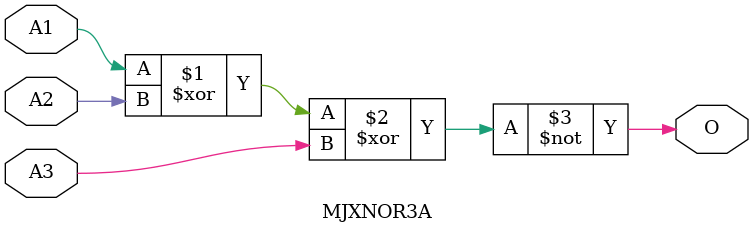
<source format=v>
module MJXNOR3A(A1, A2, A3, O);
input   A1;
input   A2;
input   A3;
output  O;
xnor g0(O, A1, A2, A3);
endmodule
</source>
